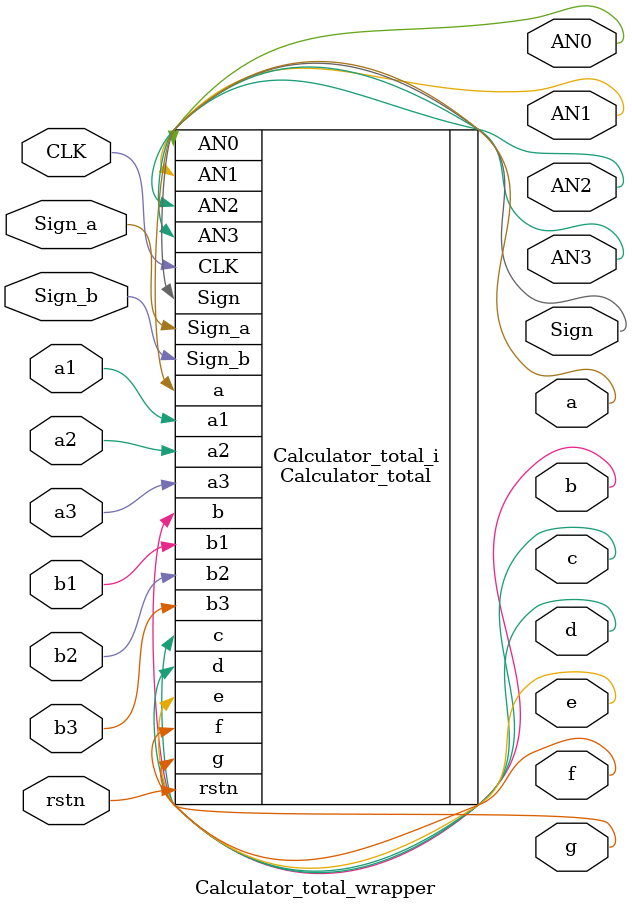
<source format=v>
`timescale 1 ps / 1 ps

module Calculator_total_wrapper
   (AN0,
    AN1,
    AN2,
    AN3,
    CLK,
    Sign,
    Sign_a,
    Sign_b,
    a,
    a1,
    a2,
    a3,
    b,
    b1,
    b2,
    b3,
    c,
    d,
    e,
    f,
    g,
    rstn);
  output [0:0]AN0;
  output [0:0]AN1;
  output [0:0]AN2;
  output [0:0]AN3;
  input CLK;
  output Sign;
  input Sign_a;
  input Sign_b;
  output a;
  input a1;
  input a2;
  input a3;
  output b;
  input b1;
  input b2;
  input b3;
  output c;
  output d;
  output e;
  output f;
  output g;
  input rstn;

  wire [0:0]AN0;
  wire [0:0]AN1;
  wire [0:0]AN2;
  wire [0:0]AN3;
  wire CLK;
  wire Sign;
  wire Sign_a;
  wire Sign_b;
  wire a;
  wire a1;
  wire a2;
  wire a3;
  wire b;
  wire b1;
  wire b2;
  wire b3;
  wire c;
  wire d;
  wire e;
  wire f;
  wire g;
  wire rstn;

  Calculator_total Calculator_total_i
       (.AN0(AN0),
        .AN1(AN1),
        .AN2(AN2),
        .AN3(AN3),
        .CLK(CLK),
        .Sign(Sign),
        .Sign_a(Sign_a),
        .Sign_b(Sign_b),
        .a(a),
        .a1(a1),
        .a2(a2),
        .a3(a3),
        .b(b),
        .b1(b1),
        .b2(b2),
        .b3(b3),
        .c(c),
        .d(d),
        .e(e),
        .f(f),
        .g(g),
        .rstn(rstn));
endmodule

</source>
